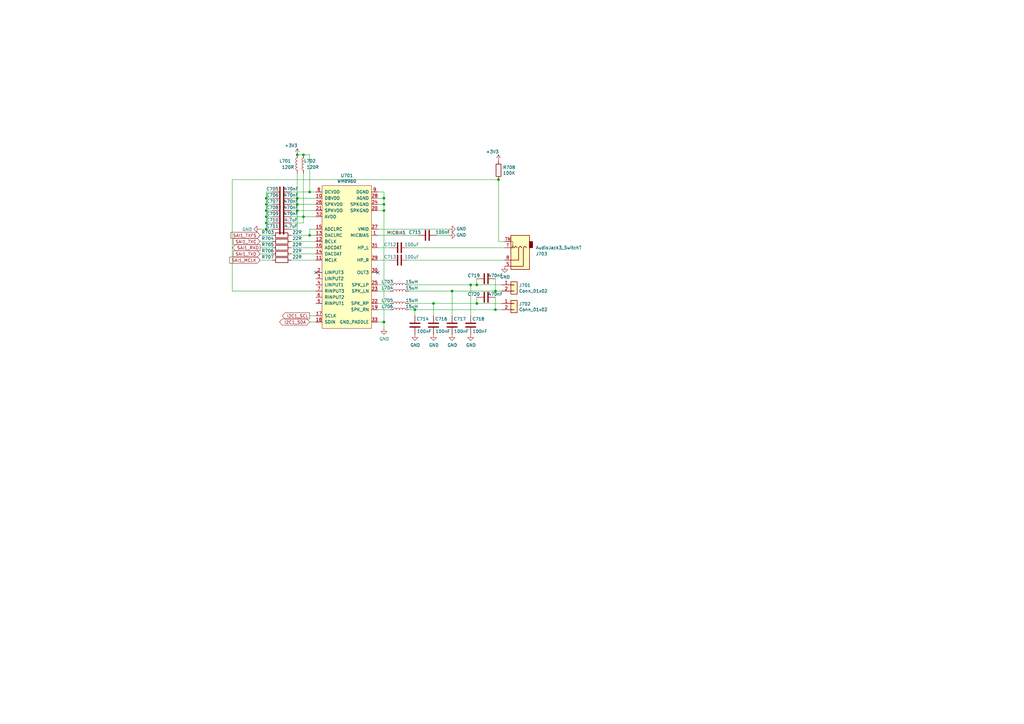
<source format=kicad_sch>
(kicad_sch (version 20210621) (generator eeschema)
  (paper "A3")
  (title_block (title "Lancer Mainboard") (date "2021-07-25") (rev "R0.1") (company "Copyright EI-2030 2021. / Engineer: Wenting Zhang") (comment 2 "MERCHANTABILITY, SATISFACTORY QUALITY AND FITNESS FOR A PARTICULAR PURPOSE.") (comment 3 "This source is distributed WITHOUT ANY EXPRESS OR IMPLIED WARRANTY, INCLUDING OF") (comment 4 "This source describes Open Hardware and is licensed under the CERN-OHL-S v2."))
  (lib_symbols
    (symbol "Connector_Generic:Conn_01x02" (pin_names (offset 1.016) hide)
      (property "Reference" "J" (at 0 2.54 0))
      (property "Value" "Conn_01x02" (at 0 -5.08 0))
      (symbol "Conn_01x02_1_1"
        (rectangle (start -1.27 -2.413) (end 0 -2.667) (stroke (width 0.1524)))
        (rectangle (start -1.27 0.127) (end 0 -0.127) (stroke (width 0.1524)))
        (rectangle (start -1.27 1.27) (end 1.27 -3.81) (stroke (width 0.254)) (fill (type background)))
        (pin passive line (at -5.08 0 0) (length 3.81) (name "Pin_1") (number "1"))
        (pin passive line (at -5.08 -2.54 0) (length 3.81) (name "Pin_2") (number "2"))
      )
    )
    (symbol "Device:C" (pin_numbers hide) (pin_names (offset 0.254))
      (property "Reference" "C" (at 0.635 2.54 0))
      (property "Value" "C" (at 0.635 -2.54 0))
      (symbol "C_0_1"
        (polyline (pts (xy -2.032 -0.762) (xy 2.032 -0.762)) (stroke (width 0.508)))
        (polyline (pts (xy -2.032 0.762) (xy 2.032 0.762)) (stroke (width 0.508)))
      )
      (symbol "C_1_1"
        (pin passive line (at 0 3.81 270) (length 2.794) (name "~") (number "1"))
        (pin passive line (at 0 -3.81 90) (length 2.794) (name "~") (number "2"))
      )
    )
    (symbol "Device:L" (pin_numbers hide) (pin_names (offset 1.016) hide)
      (property "Reference" "L" (at -1.27 0 90))
      (property "Value" "L" (at 1.905 0 90))
      (symbol "L_0_1"
        (arc (start 0 -2.54) (end 0 -1.27) (radius (at 0 -1.905) (length 0.635) (angles -89.9 89.9)))
        (arc (start 0 -1.27) (end 0 0) (radius (at 0 -0.635) (length 0.635) (angles -89.9 89.9)))
        (arc (start 0 0) (end 0 1.27) (radius (at 0 0.635) (length 0.635) (angles -89.9 89.9)))
        (arc (start 0 1.27) (end 0 2.54) (radius (at 0 1.905) (length 0.635) (angles -89.9 89.9)))
      )
      (symbol "L_1_1"
        (pin passive line (at 0 3.81 270) (length 1.27) (name "1") (number "1"))
        (pin passive line (at 0 -3.81 90) (length 1.27) (name "2") (number "2"))
      )
    )
    (symbol "Device:R" (pin_numbers hide) (pin_names (offset 0))
      (property "Reference" "R" (at 2.032 0 90))
      (property "Value" "R" (at 0 0 90))
      (symbol "R_0_1"
        (rectangle (start -1.016 -2.54) (end 1.016 2.54) (stroke (width 0.254)))
      )
      (symbol "R_1_1"
        (pin passive line (at 0 3.81 270) (length 1.27) (name "~") (number "1"))
        (pin passive line (at 0 -3.81 90) (length 1.27) (name "~") (number "2"))
      )
    )
    (symbol "power:+3V3" (power) (pin_names (offset 0))
      (property "Value" "+3V3" (at 0 3.556 0))
      (symbol "+3V3_0_1"
        (polyline (pts (xy -0.762 1.27) (xy 0 2.54)))
        (polyline (pts (xy 0 0) (xy 0 2.54)))
        (polyline (pts (xy 0 2.54) (xy 0.762 1.27)))
      )
      (symbol "+3V3_1_1"
        (pin power_in line (at 0 0 90) (length 0) hide (name "+3V3") (number "1"))
      )
    )
    (symbol "power:GND" (power) (pin_names (offset 0))
      (property "Value" "GND" (at 0 -3.81 0))
      (symbol "GND_0_1"
        (polyline (pts (xy 0 0) (xy 0 -1.27) (xy 1.27 -1.27) (xy 0 -2.54) (xy -1.27 -1.27) (xy 0 -1.27)))
      )
      (symbol "GND_1_1"
        (pin power_in line (at 0 0 270) (length 0) hide (name "GND") (number "1"))
      )
    )
    (symbol "symbols:AudioJack3_SwitchT"
      (property "Reference" "J" (at 0 8.89 0))
      (property "Value" "AudioJack3_SwitchT" (at 0 6.35 0))
      (symbol "AudioJack3_SwitchT_0_1"
        (rectangle (start -5.08 -5.08) (end -6.35 -7.62) (stroke (width 0.254)) (fill (type outline)))
        (rectangle (start 2.54 3.81) (end -5.08 -10.16) (stroke (width 0.254)) (fill (type background)))
        (polyline (pts (xy 1.778 -5.334) (xy 2.032 -5.842)))
        (polyline (pts (xy 0 -5.08) (xy 0.635 -5.715) (xy 1.27 -5.08) (xy 2.54 -5.08)) (stroke (width 0.254)))
        (polyline (pts (xy 2.54 -7.62) (xy 1.778 -7.62) (xy 1.778 -5.334) (xy 1.524 -5.842)))
        (polyline (pts (xy -1.905 -5.08) (xy -1.27 -5.715) (xy -0.635 -5.08) (xy -0.635 0) (xy 2.54 0)) (stroke (width 0.254)))
        (polyline (pts (xy 2.54 2.54) (xy -2.54 2.54) (xy -2.54 -5.08) (xy -3.175 -5.715) (xy -3.81 -5.08)) (stroke (width 0.254)))
      )
      (symbol "AudioJack3_SwitchT_1_1"
        (pin passive line (at 5.08 0 180) (length 2.54) (name "~") (number "R"))
        (pin passive line (at 5.08 2.54 180) (length 2.54) (name "~") (number "S"))
        (pin passive line (at 5.08 -5.08 180) (length 2.54) (name "~") (number "T"))
        (pin passive line (at 5.08 -7.62 180) (length 2.54) (name "~") (number "TN"))
      )
    )
    (symbol "symbols:WM8960" (pin_names (offset 1.016))
      (property "Reference" "U" (at -7.62 0 0))
      (property "Value" "WM8960" (at 5.08 0 0))
      (symbol "WM8960_0_1"
        (rectangle (start -10.16 -2.54) (end 10.16 -60.96) (fill (type background)))
      )
      (symbol "WM8960_1_1"
        (pin input line (at 12.7 -22.86 180) (length 2.54) (name "MICBIAS") (number "1"))
        (pin power_in line (at -12.7 -7.62 0) (length 2.54) (name "DBVDD") (number "10"))
        (pin input line (at -12.7 -33.02 0) (length 2.54) (name "MCLK") (number "11"))
        (pin input line (at -12.7 -25.4 0) (length 2.54) (name "BCLK") (number "12"))
        (pin input line (at -12.7 -22.86 0) (length 2.54) (name "DACLRC") (number "13"))
        (pin input line (at -12.7 -30.48 0) (length 2.54) (name "DACDAT") (number "14"))
        (pin input line (at -12.7 -20.32 0) (length 2.54) (name "ADCLRC") (number "15"))
        (pin output line (at -12.7 -27.94 0) (length 2.54) (name "ADCDAT") (number "16"))
        (pin bidirectional line (at -12.7 -55.88 0) (length 2.54) (name "SCLK") (number "17"))
        (pin bidirectional line (at -12.7 -58.42 0) (length 2.54) (name "SDIN") (number "18"))
        (pin output line (at 12.7 -53.34 180) (length 2.54) (name "SPK_RN") (number "19"))
        (pin input line (at -12.7 -38.1 0) (length 2.54) (name "LINPUT3") (number "2"))
        (pin power_in line (at 12.7 -12.7 180) (length 2.54) (name "SPKGND") (number "20"))
        (pin power_in line (at -12.7 -12.7 0) (length 2.54) (name "SPKVDD") (number "21"))
        (pin output line (at 12.7 -50.8 180) (length 2.54) (name "SPK_RP") (number "22"))
        (pin output line (at 12.7 -45.72 180) (length 2.54) (name "SPK_LN") (number "23"))
        (pin power_in line (at 12.7 -10.16 180) (length 2.54) (name "SPKGND") (number "24"))
        (pin output line (at 12.7 -43.18 180) (length 2.54) (name "SPK_LP") (number "25"))
        (pin power_in line (at -12.7 -10.16 0) (length 2.54) (name "SPKVDD") (number "26"))
        (pin input line (at 12.7 -20.32 180) (length 2.54) (name "VMID") (number "27"))
        (pin power_in line (at 12.7 -7.62 180) (length 2.54) (name "AGND") (number "28"))
        (pin output line (at 12.7 -33.02 180) (length 2.54) (name "HP_R") (number "29"))
        (pin input line (at -12.7 -40.64 0) (length 2.54) (name "LINPUT2") (number "3"))
        (pin output line (at 12.7 -38.1 180) (length 2.54) (name "OUT3") (number "30"))
        (pin output line (at 12.7 -27.94 180) (length 2.54) (name "HP_L") (number "31"))
        (pin power_in line (at -12.7 -15.24 0) (length 2.54) (name "AVDD") (number "32"))
        (pin power_in line (at 12.7 -58.42 180) (length 2.54) (name "GND_PADDLE") (number "33"))
        (pin input line (at -12.7 -43.18 0) (length 2.54) (name "LINPUT1") (number "4"))
        (pin input line (at -12.7 -50.8 0) (length 2.54) (name "RINPUT1") (number "5"))
        (pin input line (at -12.7 -48.26 0) (length 2.54) (name "RINPUT2") (number "6"))
        (pin input line (at -12.7 -45.72 0) (length 2.54) (name "RINPUT3") (number "7"))
        (pin power_in line (at -12.7 -5.08 0) (length 2.54) (name "DCVDD") (number "8"))
        (pin power_in line (at 12.7 -5.08 180) (length 2.54) (name "DGND") (number "9"))
      )
    )
  )
  (junction (at 109.22 81.28) (diameter 0.9144))
  (junction (at 109.22 83.82) (diameter 0.9144))
  (junction (at 109.22 86.36) (diameter 0.9144))
  (junction (at 109.22 88.9) (diameter 0.9144))
  (junction (at 109.22 91.44) (diameter 0.9144))
  (junction (at 109.22 93.98) (diameter 0.9144))
  (junction (at 121.92 63.5) (diameter 0.9144))
  (junction (at 121.92 81.28) (diameter 0.9144))
  (junction (at 121.92 83.82) (diameter 0.9144))
  (junction (at 121.92 86.36) (diameter 0.9144))
  (junction (at 124.46 63.5) (diameter 0.9144))
  (junction (at 124.46 88.9) (diameter 0.9144))
  (junction (at 127 78.74) (diameter 0.9144))
  (junction (at 127 96.52) (diameter 0.9144))
  (junction (at 157.48 81.28) (diameter 0.9144))
  (junction (at 157.48 83.82) (diameter 0.9144))
  (junction (at 157.48 86.36) (diameter 0.9144))
  (junction (at 157.48 132.08) (diameter 0.9144))
  (junction (at 170.18 127) (diameter 0.9144))
  (junction (at 177.8 124.46) (diameter 0.9144))
  (junction (at 185.42 119.38) (diameter 0.9144))
  (junction (at 193.04 116.84) (diameter 0.9144))
  (junction (at 195.58 116.84) (diameter 0.9144))
  (junction (at 195.58 124.46) (diameter 0.9144))
  (junction (at 203.2 119.38) (diameter 0.9144))
  (junction (at 203.2 127) (diameter 0.9144))
  (junction (at 204.47 73.66) (diameter 0.9144))
  (no_connect (at 129.54 111.76))
  (no_connect (at 154.94 111.76))
  (wire (pts (xy 95.25 73.66) (xy 95.25 119.38)))
  (wire (pts (xy 95.25 73.66) (xy 204.47 73.66)))
  (wire (pts (xy 95.25 119.38) (xy 129.54 119.38)))
  (wire (pts (xy 106.68 96.52) (xy 111.76 96.52)))
  (wire (pts (xy 106.68 99.06) (xy 111.76 99.06)))
  (wire (pts (xy 106.68 101.6) (xy 111.76 101.6)))
  (wire (pts (xy 106.68 104.14) (xy 111.76 104.14)))
  (wire (pts (xy 106.68 106.68) (xy 111.76 106.68)))
  (wire (pts (xy 109.22 78.74) (xy 109.22 81.28)))
  (wire (pts (xy 109.22 81.28) (xy 109.22 83.82)))
  (wire (pts (xy 109.22 83.82) (xy 109.22 86.36)))
  (wire (pts (xy 109.22 86.36) (xy 109.22 88.9)))
  (wire (pts (xy 109.22 88.9) (xy 109.22 91.44)))
  (wire (pts (xy 109.22 91.44) (xy 109.22 93.98)))
  (wire (pts (xy 109.22 93.98) (xy 106.68 93.98)))
  (wire (pts (xy 111.76 78.74) (xy 109.22 78.74)))
  (wire (pts (xy 111.76 81.28) (xy 109.22 81.28)))
  (wire (pts (xy 111.76 83.82) (xy 109.22 83.82)))
  (wire (pts (xy 111.76 86.36) (xy 109.22 86.36)))
  (wire (pts (xy 111.76 88.9) (xy 109.22 88.9)))
  (wire (pts (xy 111.76 91.44) (xy 109.22 91.44)))
  (wire (pts (xy 111.76 93.98) (xy 109.22 93.98)))
  (wire (pts (xy 119.38 78.74) (xy 127 78.74)))
  (wire (pts (xy 119.38 81.28) (xy 121.92 81.28)))
  (wire (pts (xy 119.38 86.36) (xy 121.92 86.36)))
  (wire (pts (xy 119.38 88.9) (xy 124.46 88.9)))
  (wire (pts (xy 119.38 91.44) (xy 124.46 91.44)))
  (wire (pts (xy 119.38 93.98) (xy 121.92 93.98)))
  (wire (pts (xy 119.38 96.52) (xy 127 96.52)))
  (wire (pts (xy 119.38 99.06) (xy 129.54 99.06)))
  (wire (pts (xy 119.38 101.6) (xy 129.54 101.6)))
  (wire (pts (xy 119.38 104.14) (xy 129.54 104.14)))
  (wire (pts (xy 119.38 106.68) (xy 129.54 106.68)))
  (wire (pts (xy 121.92 63.5) (xy 124.46 63.5)))
  (wire (pts (xy 121.92 71.12) (xy 121.92 81.28)))
  (wire (pts (xy 121.92 81.28) (xy 121.92 83.82)))
  (wire (pts (xy 121.92 81.28) (xy 129.54 81.28)))
  (wire (pts (xy 121.92 83.82) (xy 119.38 83.82)))
  (wire (pts (xy 121.92 83.82) (xy 121.92 86.36)))
  (wire (pts (xy 121.92 83.82) (xy 129.54 83.82)))
  (wire (pts (xy 121.92 86.36) (xy 129.54 86.36)))
  (wire (pts (xy 121.92 93.98) (xy 121.92 86.36)))
  (wire (pts (xy 124.46 71.12) (xy 124.46 88.9)))
  (wire (pts (xy 124.46 88.9) (xy 129.54 88.9)))
  (wire (pts (xy 124.46 91.44) (xy 124.46 88.9)))
  (wire (pts (xy 127 63.5) (xy 124.46 63.5)))
  (wire (pts (xy 127 63.5) (xy 127 78.74)))
  (wire (pts (xy 127 78.74) (xy 129.54 78.74)))
  (wire (pts (xy 127 93.98) (xy 127 96.52)))
  (wire (pts (xy 127 96.52) (xy 129.54 96.52)))
  (wire (pts (xy 127 129.54) (xy 129.54 129.54)))
  (wire (pts (xy 127 132.08) (xy 129.54 132.08)))
  (wire (pts (xy 129.54 93.98) (xy 127 93.98)))
  (wire (pts (xy 154.94 78.74) (xy 157.48 78.74)))
  (wire (pts (xy 154.94 81.28) (xy 157.48 81.28)))
  (wire (pts (xy 154.94 83.82) (xy 157.48 83.82)))
  (wire (pts (xy 154.94 86.36) (xy 157.48 86.36)))
  (wire (pts (xy 154.94 93.98) (xy 184.15 93.98)))
  (wire (pts (xy 154.94 96.52) (xy 171.45 96.52)))
  (wire (pts (xy 154.94 116.84) (xy 160.02 116.84)))
  (wire (pts (xy 154.94 119.38) (xy 160.02 119.38)))
  (wire (pts (xy 154.94 124.46) (xy 160.02 124.46)))
  (wire (pts (xy 154.94 127) (xy 160.02 127)))
  (wire (pts (xy 154.94 132.08) (xy 157.48 132.08)))
  (wire (pts (xy 157.48 78.74) (xy 157.48 81.28)))
  (wire (pts (xy 157.48 81.28) (xy 157.48 83.82)))
  (wire (pts (xy 157.48 83.82) (xy 157.48 86.36)))
  (wire (pts (xy 157.48 86.36) (xy 157.48 132.08)))
  (wire (pts (xy 157.48 132.08) (xy 157.48 134.62)))
  (wire (pts (xy 160.02 101.6) (xy 154.94 101.6)))
  (wire (pts (xy 160.02 106.68) (xy 154.94 106.68)))
  (wire (pts (xy 167.64 101.6) (xy 207.01 101.6)))
  (wire (pts (xy 167.64 106.68) (xy 207.01 106.68)))
  (wire (pts (xy 167.64 116.84) (xy 193.04 116.84)))
  (wire (pts (xy 167.64 119.38) (xy 185.42 119.38)))
  (wire (pts (xy 167.64 124.46) (xy 177.8 124.46)))
  (wire (pts (xy 167.64 127) (xy 170.18 127)))
  (wire (pts (xy 170.18 127) (xy 170.18 129.54)))
  (wire (pts (xy 170.18 127) (xy 203.2 127)))
  (wire (pts (xy 177.8 124.46) (xy 177.8 129.54)))
  (wire (pts (xy 177.8 124.46) (xy 195.58 124.46)))
  (wire (pts (xy 179.07 96.52) (xy 184.15 96.52)))
  (wire (pts (xy 185.42 119.38) (xy 185.42 129.54)))
  (wire (pts (xy 185.42 119.38) (xy 203.2 119.38)))
  (wire (pts (xy 193.04 116.84) (xy 193.04 129.54)))
  (wire (pts (xy 193.04 116.84) (xy 195.58 116.84)))
  (wire (pts (xy 195.58 114.3) (xy 195.58 116.84)))
  (wire (pts (xy 195.58 116.84) (xy 205.74 116.84)))
  (wire (pts (xy 195.58 121.92) (xy 195.58 124.46)))
  (wire (pts (xy 195.58 124.46) (xy 205.74 124.46)))
  (wire (pts (xy 203.2 114.3) (xy 203.2 119.38)))
  (wire (pts (xy 203.2 119.38) (xy 205.74 119.38)))
  (wire (pts (xy 203.2 121.92) (xy 203.2 127)))
  (wire (pts (xy 203.2 127) (xy 205.74 127)))
  (wire (pts (xy 204.47 73.66) (xy 204.47 99.06)))
  (wire (pts (xy 204.47 99.06) (xy 207.01 99.06)))
  (label "MICBIAS" (at 166.37 96.52 180))
  (global_label "SAI1_TXFS" (shape input) (at 106.68 96.52 180) (property "Intersheet References" "${INTERSHEET_REFS}" (effects hide)))
  (global_label "SAI1_TXC" (shape input) (at 106.68 99.06 180) (property "Intersheet References" "${INTERSHEET_REFS}" (effects hide)))
  (global_label "SAI1_RXD" (shape output) (at 106.68 101.6 180) (property "Intersheet References" "${INTERSHEET_REFS}" (effects hide)))
  (global_label "SAI1_TXD" (shape input) (at 106.68 104.14 180) (property "Intersheet References" "${INTERSHEET_REFS}" (effects hide)))
  (global_label "SAI1_MCLK" (shape input) (at 106.68 106.68 180) (property "Intersheet References" "${INTERSHEET_REFS}" (effects hide)))
  (global_label "I2C1_SCL" (shape output) (at 127 129.54 180) (property "Intersheet References" "${INTERSHEET_REFS}" (effects hide)))
  (global_label "I2C1_SDA" (shape bidirectional) (at 127 132.08 180) (property "Intersheet References" "${INTERSHEET_REFS}" (effects hide)))
  (symbol (lib_id "power:+3V3") (at 121.92 63.5 0) (unit 1)
    (property "Reference" "#PWR0704" (effects hide))
    (property "Value" "+3V3" (at 119.38 59.69 0))
  )
  (symbol (lib_id "power:+3V3") (at 204.47 66.04 0) (unit 1)
    (property "Reference" "#PWR0169" (effects hide))
    (property "Value" "+3V3" (at 201.93 62.23 0))
  )
  (symbol (lib_id "power:GND") (at 106.68 93.98 270) (unit 1)
    (property "Reference" "#PWR0703" (effects hide))
    (property "Value" "GND" (at 103.4288 94.107 90) (effects (justify right)))
  )
  (symbol (lib_id "power:GND") (at 157.48 134.62 0) (unit 1)
    (property "Reference" "#PWR0707" (effects hide))
    (property "Value" "GND" (at 157.607 139.0142 0))
  )
  (symbol (lib_id "power:GND") (at 170.18 137.16 0) (unit 1)
    (property "Reference" "#PWR0705" (effects hide))
    (property "Value" "GND" (at 170.307 141.5542 0))
  )
  (symbol (lib_id "power:GND") (at 177.8 137.16 0) (unit 1)
    (property "Reference" "#PWR0708" (effects hide))
    (property "Value" "GND" (at 177.927 141.5542 0))
  )
  (symbol (lib_id "power:GND") (at 184.15 93.98 90) (unit 1)
    (property "Reference" "#PWR0710" (effects hide))
    (property "Value" "GND" (at 189.1792 93.853 90))
  )
  (symbol (lib_id "power:GND") (at 184.15 96.52 90) (unit 1)
    (property "Reference" "#PWR0711" (effects hide))
    (property "Value" "GND" (at 189.1792 96.393 90))
  )
  (symbol (lib_id "power:GND") (at 185.42 137.16 0) (unit 1)
    (property "Reference" "#PWR0709" (effects hide))
    (property "Value" "GND" (at 185.547 141.5542 0))
  )
  (symbol (lib_id "power:GND") (at 193.04 137.16 0) (unit 1)
    (property "Reference" "#PWR0712" (effects hide))
    (property "Value" "GND" (at 193.167 141.5542 0))
  )
  (symbol (lib_id "power:GND") (at 207.01 109.22 0) (unit 1)
    (property "Reference" "#PWR0716" (effects hide))
    (property "Value" "GND" (at 207.137 113.6142 0))
  )
  (symbol (lib_id "Device:L") (at 121.92 67.31 180) (unit 1)
    (property "Reference" "L701" (at 119.38 66.04 0) (effects (justify left)))
    (property "Value" "120R" (at 120.65 68.58 0) (effects (justify left)))
    (property "Footprint" "Inductor_SMD:L_0603_1608Metric" (effects hide))
  )
  (symbol (lib_id "Device:L") (at 124.46 67.31 180) (unit 1)
    (property "Reference" "L702" (at 129.54 66.04 0) (effects (justify left)))
    (property "Value" "120R" (at 130.81 68.58 0) (effects (justify left)))
    (property "Footprint" "Inductor_SMD:L_0603_1608Metric" (effects hide))
  )
  (symbol (lib_id "Device:L") (at 163.83 116.84 90) (unit 1)
    (property "Reference" "L703" (at 161.29 115.57 90) (effects (justify left)))
    (property "Value" "15uH" (at 171.45 115.57 90) (effects (justify left)))
    (property "Footprint" "Inductor_SMD:L_0603_1608Metric" (effects hide))
  )
  (symbol (lib_id "Device:L") (at 163.83 119.38 90) (unit 1)
    (property "Reference" "L704" (at 161.29 118.11 90) (effects (justify left)))
    (property "Value" "15uH" (at 171.45 118.11 90) (effects (justify left)))
    (property "Footprint" "Inductor_SMD:L_0603_1608Metric" (effects hide))
  )
  (symbol (lib_id "Device:L") (at 163.83 124.46 90) (unit 1)
    (property "Reference" "L705" (at 161.29 123.19 90) (effects (justify left)))
    (property "Value" "15uH" (at 171.45 123.19 90) (effects (justify left)))
    (property "Footprint" "Inductor_SMD:L_0603_1608Metric" (effects hide))
  )
  (symbol (lib_id "Device:L") (at 163.83 127 90) (unit 1)
    (property "Reference" "L706" (at 161.29 125.73 90) (effects (justify left)))
    (property "Value" "15uH" (at 171.45 125.73 90) (effects (justify left)))
    (property "Footprint" "Inductor_SMD:L_0603_1608Metric" (effects hide))
  )
  (symbol (lib_id "Device:R") (at 115.57 96.52 90) (unit 1)
    (property "Reference" "R703" (at 112.3949 95.25 90) (effects (justify left)))
    (property "Value" "22R" (at 123.8249 95.25 90) (effects (justify left)))
    (property "Footprint" "Resistor_SMD:R_0402_1005Metric" (effects hide))
  )
  (symbol (lib_id "Device:R") (at 115.57 99.06 90) (unit 1)
    (property "Reference" "R704" (at 112.3949 97.79 90) (effects (justify left)))
    (property "Value" "22R" (at 123.8249 97.79 90) (effects (justify left)))
    (property "Footprint" "Resistor_SMD:R_0402_1005Metric" (effects hide))
  )
  (symbol (lib_id "Device:R") (at 115.57 101.6 90) (unit 1)
    (property "Reference" "R705" (at 112.3949 100.33 90) (effects (justify left)))
    (property "Value" "22R" (at 123.8249 100.33 90) (effects (justify left)))
    (property "Footprint" "Resistor_SMD:R_0402_1005Metric" (effects hide))
  )
  (symbol (lib_id "Device:R") (at 115.57 104.14 90) (unit 1)
    (property "Reference" "R706" (at 112.3949 102.87 90) (effects (justify left)))
    (property "Value" "22R" (at 123.8249 102.87 90) (effects (justify left)))
    (property "Footprint" "Resistor_SMD:R_0402_1005Metric" (effects hide))
  )
  (symbol (lib_id "Device:R") (at 115.57 106.68 90) (unit 1)
    (property "Reference" "R707" (at 112.3949 105.41 90) (effects (justify left)))
    (property "Value" "22R" (at 123.8249 105.41 90) (effects (justify left)))
    (property "Footprint" "Resistor_SMD:R_0402_1005Metric" (effects hide))
  )
  (symbol (lib_id "Device:R") (at 204.47 69.85 0) (unit 1)
    (property "Reference" "R708" (at 206.248 68.6816 0) (effects (justify left)))
    (property "Value" "100K" (at 206.248 70.993 0) (effects (justify left)))
    (property "Footprint" "Resistor_SMD:R_0402_1005Metric" (effects hide))
  )
  (symbol (lib_id "Connector_Generic:Conn_01x02") (at 210.82 116.84 0) (unit 1)
    (property "Reference" "J701" (at 212.852 117.0432 0) (effects (justify left)))
    (property "Value" "Conn_01x02" (at 212.852 119.3546 0) (effects (justify left)))
    (property "Footprint" "Connector_PinHeader_2.00mm:PinHeader_1x02_P2.00mm_Vertical" (effects hide))
  )
  (symbol (lib_id "Connector_Generic:Conn_01x02") (at 210.82 124.46 0) (unit 1)
    (property "Reference" "J702" (at 212.852 124.6632 0) (effects (justify left)))
    (property "Value" "Conn_01x02" (at 212.852 126.9746 0) (effects (justify left)))
    (property "Footprint" "Connector_PinHeader_2.00mm:PinHeader_1x02_P2.00mm_Vertical" (effects hide))
  )
  (symbol (lib_id "Device:C") (at 115.57 78.74 270) (unit 1)
    (property "Reference" "C705" (at 111.76 77.47 90))
    (property "Value" "470nF" (at 119.38 77.47 90))
    (property "Footprint" "Capacitor_SMD:C_0402_1005Metric" (effects hide))
  )
  (symbol (lib_id "Device:C") (at 115.57 81.28 270) (unit 1)
    (property "Reference" "C706" (at 111.76 80.01 90))
    (property "Value" "470nF" (at 119.38 80.01 90))
    (property "Footprint" "Capacitor_SMD:C_0402_1005Metric" (effects hide))
  )
  (symbol (lib_id "Device:C") (at 115.57 83.82 270) (unit 1)
    (property "Reference" "C707" (at 111.76 82.55 90))
    (property "Value" "470nF" (at 119.38 82.55 90))
    (property "Footprint" "Capacitor_SMD:C_0402_1005Metric" (effects hide))
  )
  (symbol (lib_id "Device:C") (at 115.57 86.36 270) (unit 1)
    (property "Reference" "C708" (at 111.76 85.09 90))
    (property "Value" "470nF" (at 119.38 85.09 90))
    (property "Footprint" "Capacitor_SMD:C_0402_1005Metric" (effects hide))
  )
  (symbol (lib_id "Device:C") (at 115.57 88.9 270) (unit 1)
    (property "Reference" "C709" (at 111.76 87.63 90))
    (property "Value" "470nF" (at 119.38 87.63 90))
    (property "Footprint" "Capacitor_SMD:C_0402_1005Metric" (effects hide))
  )
  (symbol (lib_id "Device:C") (at 115.57 91.44 270) (unit 1)
    (property "Reference" "C710" (at 111.76 90.17 90))
    (property "Value" "4.7uF" (at 119.38 90.17 90))
    (property "Footprint" "Capacitor_SMD:C_0603_1608Metric" (effects hide))
  )
  (symbol (lib_id "Device:C") (at 115.57 93.98 270) (unit 1)
    (property "Reference" "C711" (at 111.76 92.71 90))
    (property "Value" "4.7uF" (at 119.38 92.71 90))
    (property "Footprint" "Capacitor_SMD:C_0603_1608Metric" (effects hide))
  )
  (symbol (lib_id "Device:C") (at 163.83 101.6 90) (unit 1)
    (property "Reference" "C712" (at 160.02 100.33 90))
    (property "Value" "100uF" (at 168.91 100.33 90))
    (property "Footprint" "Capacitor_SMD:C_1206_3216Metric" (effects hide))
  )
  (symbol (lib_id "Device:C") (at 163.83 106.68 90) (unit 1)
    (property "Reference" "C713" (at 160.02 105.41 90))
    (property "Value" "100uF" (at 168.91 105.41 90))
    (property "Footprint" "Capacitor_SMD:C_1206_3216Metric" (effects hide))
  )
  (symbol (lib_id "Device:C") (at 170.18 133.35 180) (unit 1)
    (property "Reference" "C714" (at 173.355 130.81 0))
    (property "Value" "100nF" (at 173.99 135.89 0))
    (property "Footprint" "Capacitor_SMD:C_0402_1005Metric" (effects hide))
  )
  (symbol (lib_id "Device:C") (at 175.26 96.52 90) (unit 1)
    (property "Reference" "C715" (at 170.18 95.25 90))
    (property "Value" "100nF" (at 181.61 95.25 90))
    (property "Footprint" "Capacitor_SMD:C_0402_1005Metric" (effects hide))
  )
  (symbol (lib_id "Device:C") (at 177.8 133.35 180) (unit 1)
    (property "Reference" "C716" (at 180.975 130.81 0))
    (property "Value" "100nF" (at 181.61 135.89 0))
    (property "Footprint" "Capacitor_SMD:C_0402_1005Metric" (effects hide))
  )
  (symbol (lib_id "Device:C") (at 185.42 133.35 180) (unit 1)
    (property "Reference" "C717" (at 188.595 130.81 0))
    (property "Value" "100nF" (at 189.23 135.89 0))
    (property "Footprint" "Capacitor_SMD:C_0402_1005Metric" (effects hide))
  )
  (symbol (lib_id "Device:C") (at 193.04 133.35 180) (unit 1)
    (property "Reference" "C718" (at 196.215 130.81 0))
    (property "Value" "100nF" (at 196.85 135.89 0))
    (property "Footprint" "Capacitor_SMD:C_0402_1005Metric" (effects hide))
  )
  (symbol (lib_id "Device:C") (at 199.39 114.3 90) (unit 1)
    (property "Reference" "C719" (at 194.31 113.03 90))
    (property "Value" "470nF" (at 203.2 113.03 90))
    (property "Footprint" "Capacitor_SMD:C_0402_1005Metric" (effects hide))
  )
  (symbol (lib_id "Device:C") (at 199.39 121.92 90) (unit 1)
    (property "Reference" "C720" (at 194.31 120.65 90))
    (property "Value" "470nF" (at 203.2 120.65 90))
    (property "Footprint" "Capacitor_SMD:C_0402_1005Metric" (effects hide))
  )
  (symbol (lib_id "symbols:AudioJack3_SwitchT") (at 212.09 106.68 180) (unit 1)
    (property "Reference" "J703" (at 219.71 104.14 0) (effects (justify right)))
    (property "Value" "AudioJack3_SwitchT" (at 219.71 101.6 0) (effects (justify right)))
    (property "Footprint" "footprints:PJ-327E" (effects hide))
  )
  (symbol (lib_id "symbols:WM8960") (at 142.24 73.66 0) (unit 1)
    (property "Reference" "U701" (at 142.24 72.009 0))
    (property "Value" "WM8960" (at 142.24 74.3204 0))
    (property "Footprint" "Package_DFN_QFN:QFN-32-1EP_5x5mm_P0.5mm_EP3.6x3.6mm_ThermalVias" (effects hide))
  )
)
</source>
